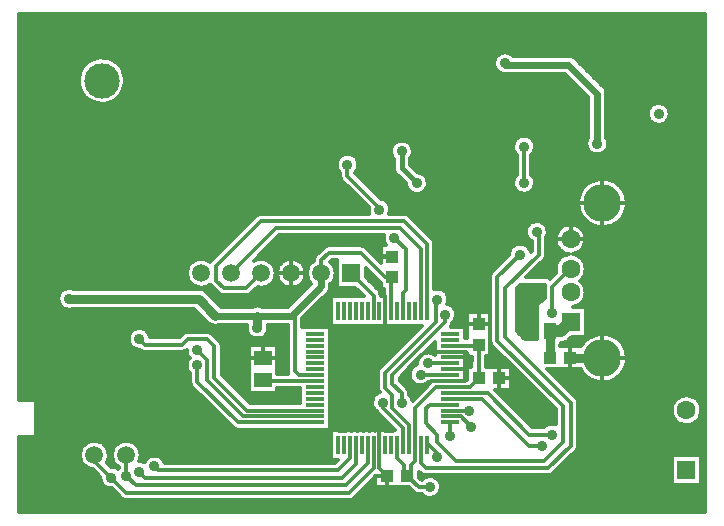
<source format=gbl>
G04 DipTrace 2.4.0.2*
%INusbcharger-bluetooth2.GBL*%
%MOIN*%
%ADD14C,0.0118*%
%ADD16C,0.0236*%
%ADD17C,0.0394*%
%ADD18C,0.0315*%
%ADD19C,0.0157*%
%ADD21C,0.013*%
%ADD25R,0.0591X0.0512*%
%ADD26R,0.0394X0.0433*%
%ADD29R,0.0433X0.0394*%
%ADD33R,0.063X0.063*%
%ADD34C,0.063*%
%ADD35C,0.063*%
%ADD36C,0.126*%
%ADD41R,0.0394X0.0531*%
%ADD43C,0.0591*%
%ADD46R,0.0118X0.063*%
%ADD47R,0.063X0.0118*%
%ADD50R,0.0591X0.0591*%
%ADD53C,0.0591*%
%ADD57C,0.1181*%
%ADD58C,0.036*%
%FSLAX44Y44*%
G04*
G70*
G90*
G75*
G01*
%LNBottom*%
%LPD*%
X16377Y15125D2*
D16*
Y15081D1*
X18485D1*
X19449Y14117D1*
Y12447D1*
X1847Y7272D2*
D18*
X6165D1*
X6725Y6712D1*
D16*
X8125D1*
X9275D1*
X10251Y7689D1*
Y8126D1*
X12584Y6875D2*
D14*
Y7959D1*
X12625Y8000D1*
X10045Y4730D2*
X9520D1*
X9375Y4875D1*
Y6712D1*
X9275D1*
X12625Y8000D2*
X12375D1*
X11562Y8813D1*
X10500D1*
X10250Y8563D1*
Y8127D1*
X10251Y8126D1*
X8125Y6313D2*
D18*
Y6712D1*
X14533Y5714D2*
D14*
X15464D1*
X15500Y5750D1*
X14533Y4336D2*
X15211D1*
X15500Y4625D1*
Y5750D1*
X12781Y2387D2*
Y1969D1*
X13000Y1750D1*
Y1500D1*
X13125Y1375D1*
X13372Y2387D2*
Y1872D1*
X13250Y1750D1*
Y1500D1*
X13125Y1375D1*
X13500Y1000D1*
X13875D1*
X14533Y4336D2*
X14086D1*
X13375Y3625D1*
Y2390D1*
X13372Y2387D1*
X14375Y6750D2*
Y6500D1*
X12625Y4750D1*
Y4438D1*
X12937Y4125D1*
Y3812D1*
X12313D2*
Y3625D1*
X12978Y2960D1*
Y2387D1*
X14125Y7250D2*
X14062Y7187D1*
Y6500D1*
X12375Y4813D1*
Y4312D1*
X12625Y4062D1*
Y3625D1*
X13175Y3075D1*
Y2387D1*
X15187Y11688D2*
Y12563D1*
X15019Y12731D1*
X14812Y12938D1*
X11589D1*
Y13938D1*
X17953Y10394D2*
Y13938D1*
X16226D1*
X15457Y13168D1*
X15019Y12731D1*
X2937Y12580D2*
Y10437D1*
Y10312D1*
X5494D1*
Y10188D1*
X5875D1*
X7187D1*
X11589Y13938D2*
X11126D1*
X10375D1*
X7250Y10812D1*
X7187Y10750D1*
Y10188D1*
X17705Y15564D2*
X11751D1*
X11126Y14939D1*
Y13938D1*
X17705Y15564D2*
X22244D1*
Y11969D1*
X18544Y5313D2*
D18*
X19606D1*
X19625Y5293D1*
X22425Y2558D2*
D14*
X21567D1*
X21112Y3013D1*
X20630Y3495D1*
Y5293D1*
X19625D1*
X12625Y8669D2*
Y8688D1*
X12187D1*
X11625Y9250D1*
X9625D1*
X9250Y8875D1*
Y8127D1*
X9251Y8126D1*
X14533Y5320D2*
X15063D1*
Y5517D1*
X14533D1*
X12387Y6875D2*
Y5887D1*
X12250Y5750D1*
X14533Y5517D2*
X13704D1*
X13187Y5000D1*
Y4562D1*
X13312Y4437D1*
X13375Y4375D1*
X13750D1*
X13908Y4533D1*
X14533D1*
X12191Y2387D2*
Y1640D1*
X12456Y1375D1*
X15500Y6419D2*
X15875D1*
Y5232D1*
X16187D1*
Y4607D1*
X16169Y4625D1*
X12456Y1375D2*
Y794D1*
X12750Y500D1*
X18599D1*
X21112Y3013D1*
X15500Y6419D2*
Y6875D1*
X15375Y7000D1*
X14533Y4533D2*
X14970D1*
X15071Y4633D1*
Y4926D1*
Y5320D1*
X14533Y4926D2*
X15071D1*
X13375Y4375D2*
Y4250D1*
X13500D1*
X8313Y5311D2*
X7689D1*
X6750Y6250D1*
X5188D1*
X4875Y6563D1*
X625D1*
X562Y6500D1*
Y9438D1*
X1125D1*
X2124Y10437D1*
X2937D1*
X15438Y13187D2*
X15457Y13168D1*
X5875Y10187D2*
Y10188D1*
X7188Y10625D2*
X7250Y10812D1*
X13500Y4250D2*
X13375Y4375D1*
X13500Y4250D2*
D3*
X16937Y4063D2*
Y4438D1*
X16750Y4625D1*
X16169D1*
X13187Y4375D2*
X13250Y4437D1*
X13312D1*
X14533Y4139D2*
X15799D1*
X17188Y2750D1*
X17938D1*
X12937Y12188D2*
D19*
Y11625D1*
X13437Y11125D1*
X17008Y12345D2*
D14*
Y11142D1*
X14533Y5123D2*
X13814D1*
X17875Y6188D2*
D17*
X18248D1*
X18563Y6502D1*
X17875Y5313D2*
D18*
Y6188D1*
X17938Y6813D2*
D14*
Y7662D1*
X18437Y8162D1*
Y8149D1*
X18563Y8274D1*
X14533Y3745D2*
X13870D1*
X13750Y3625D1*
Y3125D1*
X14125Y2750D1*
Y2500D1*
X14750Y1875D1*
X17687D1*
X18312Y2500D1*
Y3688D1*
X16125Y5875D1*
Y8000D1*
X16875Y8750D1*
X17284Y6188D2*
D17*
X16937D1*
Y7563D1*
X11994Y6875D2*
D14*
Y7383D1*
X11251Y8126D1*
X10045Y4533D2*
X8342D1*
X8313Y4563D1*
X13765Y6875D2*
Y9110D1*
X13000Y9875D1*
X8250D1*
X6750Y8375D1*
Y7875D1*
X7000Y7625D1*
X7750D1*
X8251Y8126D1*
X7251D2*
X8750Y9625D1*
X12875D1*
X13562Y8938D1*
Y6881D1*
X13569Y6875D1*
X14533Y3942D2*
X15600D1*
X17167Y2375D1*
X17625D1*
X12978Y6875D2*
Y7478D1*
X13062Y7563D1*
Y8938D1*
X12688Y9313D1*
X12188Y10250D2*
Y10312D1*
X11125Y11375D1*
Y11750D1*
X11403Y2387D2*
Y1778D1*
X10938Y1313D1*
X4375D1*
X4188Y1500D1*
X14533Y4730D2*
X13583D1*
X13562Y4750D1*
X14533Y3548D2*
X15188D1*
X14533Y3352D2*
X14898D1*
X15250Y3000D1*
X13569Y2387D2*
Y1806D1*
X13750Y1625D1*
X17812D1*
X18562Y2375D1*
Y3813D1*
X16375Y6000D1*
Y7625D1*
X17500Y8750D1*
Y9437D1*
X17437Y9500D1*
X14533Y3155D2*
Y2688D1*
X14125Y2000D2*
Y2125D1*
X13814Y2436D1*
X13765Y2387D1*
X11994D2*
Y1619D1*
X11187Y812D1*
X3750D1*
X3250Y1313D1*
X2688Y2063D2*
Y1875D1*
X3250Y1313D1*
X11797Y2387D2*
Y1797D1*
X11063Y1063D1*
X4062D1*
X3750Y1375D1*
Y2063D2*
Y1375D1*
X11206Y2387D2*
Y1956D1*
X10812Y1562D1*
X4813D1*
X4688Y1688D1*
X10045Y3155D2*
X7470D1*
X6125Y4500D1*
Y5062D1*
X10045Y3352D2*
X7648D1*
X6438Y4562D1*
Y5250D1*
X6125Y5563D1*
X10045Y3548D2*
X7764D1*
X6688Y4625D1*
Y5688D1*
X6438Y5938D1*
X5813D1*
X5625Y5750D1*
X4375D1*
X4188Y5938D1*
D58*
X19449Y12447D3*
X16377Y15125D3*
X1847Y7272D3*
X8125Y6313D3*
X13875Y1000D3*
X14375Y6750D3*
X12937Y3812D3*
X12313D3*
X14125Y7250D3*
X15187Y11688D3*
X11589Y13938D3*
X17953Y10394D3*
X7187Y10188D3*
X11589Y13938D3*
X17705Y15564D3*
D3*
X22244Y11969D3*
X12250Y5750D3*
X15375Y7000D3*
X13500Y4250D3*
X562Y9438D3*
D3*
X17938Y2750D3*
X12937Y12188D3*
X13437Y11125D3*
X17008Y12345D3*
Y11142D3*
X13814Y5123D3*
X17938Y6813D3*
X16875Y8750D3*
X17625Y2375D3*
X12688Y9313D3*
X12188Y10250D3*
X11125Y11750D3*
X4188Y1500D3*
X13562Y4750D3*
X15188Y3548D3*
X15250Y3000D3*
X17437Y9500D3*
D3*
X14533Y2688D3*
X14125Y2000D3*
X3250Y1313D3*
X3750Y1375D3*
X4688Y1688D3*
X6125Y5062D3*
Y5563D3*
X4188Y5938D3*
X21500Y13437D3*
X17375Y7563D3*
X16937D3*
X14875Y13187D3*
X6500Y10187D3*
X15438Y13187D3*
X15157Y12953D3*
Y12520D3*
X15438Y12750D3*
X14875Y12313D3*
Y12750D3*
X15438Y12313D3*
X5875Y10187D3*
X18000Y14562D3*
X7188Y10625D3*
X1250Y4250D3*
Y5250D3*
X2250Y4250D3*
Y5250D3*
X3250Y4250D3*
Y5250D3*
X4250Y4250D3*
Y5250D3*
Y3250D3*
X3250D3*
X2250D3*
X1250D3*
X16937Y4063D3*
X13500Y4250D3*
X11250Y3563D3*
Y4188D3*
X13187Y4375D3*
X2000Y16438D3*
X3000D3*
X4000D3*
X5000D3*
X6000D3*
X7000D3*
X8000D3*
X9000D3*
X10000D3*
X11000D3*
X12000D3*
X13000D3*
X14000D3*
X15000D3*
X16000D3*
X17000D3*
X18000D3*
X19000D3*
X20000D3*
X21000D3*
X22000D3*
X1000D3*
X16782Y7578D2*
D19*
X17655D1*
X16782Y7421D2*
X17655D1*
X16782Y7265D2*
X17576D1*
X16782Y7109D2*
X17419D1*
X16782Y6953D2*
X17406D1*
X16782Y6797D2*
X17406D1*
X16782Y6641D2*
X17406D1*
X16782Y6484D2*
X17406D1*
X16782Y6328D2*
X17406D1*
X16830Y6172D2*
X17406D1*
X16985Y6016D2*
X17406D1*
X16871Y7733D2*
X16766Y7629D1*
Y6220D1*
X17033Y5953D1*
X17421Y5954D1*
X17422Y7065D1*
X17444Y7118D1*
X17671Y7345D1*
Y7734D1*
X16872D1*
X189Y16635D2*
D14*
X23039D1*
X189Y16518D2*
X23039D1*
X189Y16402D2*
X23039D1*
X189Y16285D2*
X23039D1*
X189Y16168D2*
X23039D1*
X189Y16051D2*
X23039D1*
X189Y15934D2*
X23039D1*
X189Y15818D2*
X23039D1*
X189Y15701D2*
X23039D1*
X189Y15584D2*
X23039D1*
X189Y15467D2*
X16248D1*
X16506D2*
X23039D1*
X189Y15350D2*
X16082D1*
X18628D2*
X23039D1*
X189Y15234D2*
X2569D1*
X3307D2*
X16021D1*
X18768D2*
X23039D1*
X189Y15117D2*
X2403D1*
X3473D2*
X16004D1*
X18884D2*
X23039D1*
X189Y15000D2*
X2300D1*
X3576D2*
X16026D1*
X19003D2*
X23039D1*
X189Y14883D2*
X2229D1*
X3645D2*
X16096D1*
X19119D2*
X23039D1*
X189Y14766D2*
X2185D1*
X3691D2*
X16318D1*
X16435D2*
X18364D1*
X19235D2*
X23039D1*
X189Y14650D2*
X2159D1*
X3715D2*
X18481D1*
X19353D2*
X23039D1*
X189Y14533D2*
X2154D1*
X3722D2*
X18597D1*
X19469D2*
X23039D1*
X189Y14416D2*
X2165D1*
X3711D2*
X18713D1*
X19586D2*
X23039D1*
X189Y14299D2*
X2194D1*
X3680D2*
X18831D1*
X19698D2*
X23039D1*
X189Y14182D2*
X2246D1*
X3630D2*
X18948D1*
X19754D2*
X23039D1*
X189Y14066D2*
X2324D1*
X3552D2*
X19064D1*
X19761D2*
X23039D1*
X189Y13949D2*
X2440D1*
X3436D2*
X19138D1*
X19761D2*
X23039D1*
X189Y13832D2*
X2637D1*
X3237D2*
X19138D1*
X19761D2*
X23039D1*
X189Y13715D2*
X19138D1*
X19761D2*
X21256D1*
X21743D2*
X23039D1*
X189Y13598D2*
X19138D1*
X19761D2*
X21164D1*
X21835D2*
X23039D1*
X189Y13482D2*
X19138D1*
X19761D2*
X21129D1*
X21870D2*
X23039D1*
X189Y13365D2*
X19138D1*
X19761D2*
X21134D1*
X21867D2*
X23039D1*
X189Y13248D2*
X19138D1*
X19761D2*
X21181D1*
X21821D2*
X23039D1*
X189Y13131D2*
X19138D1*
X19761D2*
X21295D1*
X21704D2*
X23039D1*
X189Y13014D2*
X19138D1*
X19761D2*
X23039D1*
X189Y12898D2*
X19138D1*
X19761D2*
X23039D1*
X189Y12781D2*
X19138D1*
X19761D2*
X23039D1*
X189Y12664D2*
X16825D1*
X17190D2*
X19138D1*
X19761D2*
X23039D1*
X189Y12547D2*
X12887D1*
X12988D2*
X16696D1*
X17319D2*
X19090D1*
X19809D2*
X23039D1*
X189Y12430D2*
X12658D1*
X13217D2*
X16644D1*
X17371D2*
X19075D1*
X19822D2*
X23039D1*
X189Y12314D2*
X12586D1*
X13289D2*
X16635D1*
X17380D2*
X19101D1*
X19796D2*
X23039D1*
X189Y12197D2*
X12564D1*
X13311D2*
X16667D1*
X17349D2*
X19176D1*
X19722D2*
X23039D1*
X189Y12080D2*
X10966D1*
X11285D2*
X12581D1*
X13294D2*
X16750D1*
X17266D2*
X23039D1*
X189Y11963D2*
X10822D1*
X11429D2*
X12642D1*
X13234D2*
X16755D1*
X17260D2*
X23039D1*
X189Y11846D2*
X10765D1*
X11486D2*
X12666D1*
X13210D2*
X16755D1*
X17260D2*
X23039D1*
X189Y11730D2*
X10752D1*
X11499D2*
X12666D1*
X13213D2*
X16755D1*
X17260D2*
X23039D1*
X189Y11613D2*
X10778D1*
X11471D2*
X12666D1*
X13330D2*
X16755D1*
X17260D2*
X23039D1*
X189Y11496D2*
X10855D1*
X11394D2*
X12699D1*
X13446D2*
X16755D1*
X17260D2*
X23039D1*
X189Y11379D2*
X10872D1*
X11473D2*
X12804D1*
X13706D2*
X16724D1*
X17292D2*
X23039D1*
X189Y11262D2*
X10899D1*
X11589D2*
X12920D1*
X13784D2*
X16655D1*
X17360D2*
X19455D1*
X19796D2*
X23039D1*
X189Y11146D2*
X11003D1*
X11707D2*
X13036D1*
X13809D2*
X16635D1*
X17382D2*
X19169D1*
X20082D2*
X23039D1*
X189Y11029D2*
X11119D1*
X11824D2*
X13077D1*
X13798D2*
X16652D1*
X17364D2*
X19029D1*
X20222D2*
X23039D1*
X189Y10912D2*
X11235D1*
X11940D2*
X13132D1*
X13741D2*
X16716D1*
X17299D2*
X18935D1*
X20317D2*
X23039D1*
X189Y10795D2*
X11352D1*
X12058D2*
X13278D1*
X13597D2*
X16892D1*
X17124D2*
X18872D1*
X20379D2*
X23039D1*
X189Y10678D2*
X11470D1*
X12174D2*
X18829D1*
X20422D2*
X23039D1*
X189Y10562D2*
X11586D1*
X12383D2*
X18807D1*
X20444D2*
X23039D1*
X189Y10445D2*
X11702D1*
X12505D2*
X18802D1*
X20449D2*
X23039D1*
X189Y10328D2*
X11820D1*
X12553D2*
X18815D1*
X20436D2*
X23039D1*
X189Y10211D2*
X11817D1*
X12558D2*
X18842D1*
X20407D2*
X23039D1*
X189Y10094D2*
X8139D1*
X13112D2*
X18892D1*
X20359D2*
X23039D1*
X189Y9978D2*
X8000D1*
X13250D2*
X18966D1*
X20285D2*
X23039D1*
X189Y9861D2*
X7884D1*
X13366D2*
X17405D1*
X17469D2*
X19073D1*
X20178D2*
X23039D1*
X189Y9744D2*
X7766D1*
X13483D2*
X17159D1*
X17716D2*
X18449D1*
X18676D2*
X19243D1*
X20006D2*
X23039D1*
X189Y9627D2*
X7650D1*
X13601D2*
X17087D1*
X17788D2*
X18219D1*
X18907D2*
X23039D1*
X189Y9510D2*
X7533D1*
X13717D2*
X17063D1*
X17810D2*
X18123D1*
X19003D2*
X23039D1*
X189Y9394D2*
X7417D1*
X13833D2*
X17080D1*
X17796D2*
X18073D1*
X19052D2*
X23039D1*
X189Y9277D2*
X7299D1*
X8755D2*
X12315D1*
X13950D2*
X17141D1*
X17753D2*
X18054D1*
X19071D2*
X23039D1*
X189Y9160D2*
X7183D1*
X8638D2*
X12348D1*
X14012D2*
X17248D1*
X17753D2*
X18064D1*
X19062D2*
X23039D1*
X189Y9043D2*
X7066D1*
X8520D2*
X10420D1*
X11643D2*
X12234D1*
X14018D2*
X16652D1*
X17098D2*
X17248D1*
X17753D2*
X18102D1*
X19023D2*
X23039D1*
X189Y8927D2*
X6948D1*
X8404D2*
X10261D1*
X11801D2*
X12234D1*
X14018D2*
X16548D1*
X17753D2*
X18180D1*
X18943D2*
X23039D1*
X189Y8810D2*
X6832D1*
X8288D2*
X10145D1*
X11918D2*
X12234D1*
X14018D2*
X16506D1*
X17753D2*
X18337D1*
X18788D2*
X23039D1*
X189Y8693D2*
X6716D1*
X8170D2*
X10036D1*
X12034D2*
X12234D1*
X14018D2*
X16465D1*
X17746D2*
X18285D1*
X18840D2*
X23039D1*
X189Y8576D2*
X6083D1*
X6420D2*
X6599D1*
X8421D2*
X9082D1*
X9421D2*
X9997D1*
X12152D2*
X12234D1*
X14018D2*
X16349D1*
X17679D2*
X18156D1*
X18967D2*
X23039D1*
X189Y8459D2*
X5898D1*
X8603D2*
X8899D1*
X9604D2*
X9899D1*
X10604D2*
X10763D1*
X14018D2*
X16233D1*
X17561D2*
X18089D1*
X19036D2*
X23039D1*
X189Y8343D2*
X5815D1*
X8688D2*
X8814D1*
X9688D2*
X9814D1*
X10689D2*
X10763D1*
X14018D2*
X16115D1*
X17445D2*
X18058D1*
X19067D2*
X23039D1*
X189Y8226D2*
X5773D1*
X14018D2*
X15998D1*
X17329D2*
X18056D1*
X19069D2*
X23039D1*
X189Y8109D2*
X5763D1*
X11741D2*
X11914D1*
X14018D2*
X15899D1*
X17211D2*
X18032D1*
X19043D2*
X23039D1*
X189Y7992D2*
X5782D1*
X9722D2*
X9781D1*
X11741D2*
X12031D1*
X14018D2*
X15873D1*
X17790D2*
X17916D1*
X18984D2*
X23039D1*
X189Y7875D2*
X5834D1*
X8670D2*
X8834D1*
X9670D2*
X9833D1*
X10668D2*
X10763D1*
X11855D2*
X12147D1*
X14018D2*
X15873D1*
X18883D2*
X23039D1*
X189Y7759D2*
X5935D1*
X8568D2*
X8936D1*
X9567D2*
X9884D1*
X10567D2*
X10763D1*
X11971D2*
X12234D1*
X14018D2*
X15873D1*
X18990D2*
X23039D1*
X189Y7642D2*
X6631D1*
X8120D2*
X9768D1*
X10559D2*
X11383D1*
X12088D2*
X12234D1*
X14018D2*
X15873D1*
X19047D2*
X23039D1*
X189Y7525D2*
X1576D1*
X6403D2*
X6747D1*
X8004D2*
X9652D1*
X10513D2*
X11499D1*
X12200D2*
X12332D1*
X14372D2*
X15873D1*
X19069D2*
X23039D1*
X189Y7408D2*
X1500D1*
X6522D2*
X6884D1*
X7867D2*
X9536D1*
X10406D2*
X11617D1*
X12244D2*
X12332D1*
X14463D2*
X15873D1*
X19065D2*
X23039D1*
X189Y7291D2*
X1475D1*
X6638D2*
X9418D1*
X10290D2*
X10560D1*
X14496D2*
X15873D1*
X19032D2*
X23039D1*
X189Y7175D2*
X1488D1*
X6754D2*
X9301D1*
X10174D2*
X10560D1*
X14490D2*
X15873D1*
X18962D2*
X23039D1*
X189Y7058D2*
X1545D1*
X6872D2*
X9185D1*
X10056D2*
X10560D1*
X14577D2*
X15873D1*
X18825D2*
X23039D1*
X189Y6941D2*
X1691D1*
X9939D2*
X10560D1*
X14693D2*
X15873D1*
X19071D2*
X23039D1*
X189Y6824D2*
X6121D1*
X9823D2*
X10560D1*
X14741D2*
X15873D1*
X19071D2*
X23039D1*
X189Y6707D2*
X6238D1*
X9705D2*
X10560D1*
X14747D2*
X15109D1*
X19071D2*
X23039D1*
X189Y6591D2*
X6356D1*
X9628D2*
X10560D1*
X14712D2*
X15109D1*
X19071D2*
X23039D1*
X189Y6474D2*
X6472D1*
X9628D2*
X10560D1*
X14627D2*
X15109D1*
X19071D2*
X23039D1*
X189Y6357D2*
X7755D1*
X8496D2*
X9122D1*
X9628D2*
X13568D1*
X14581D2*
X15109D1*
X19071D2*
X23039D1*
X189Y6240D2*
X3977D1*
X4397D2*
X7758D1*
X8491D2*
X9122D1*
X10554D2*
X13450D1*
X15042D2*
X15109D1*
X19071D2*
X23039D1*
X189Y6123D2*
X3866D1*
X4510D2*
X5647D1*
X6603D2*
X7805D1*
X8445D2*
X9122D1*
X10554D2*
X13334D1*
X15042D2*
X15109D1*
X19071D2*
X23039D1*
X189Y6007D2*
X3820D1*
X4554D2*
X5529D1*
X6721D2*
X7921D1*
X8330D2*
X9122D1*
X10554D2*
X13217D1*
X15042D2*
X15109D1*
X19071D2*
X19226D1*
X20025D2*
X23039D1*
X189Y5890D2*
X3817D1*
X6837D2*
X9122D1*
X10554D2*
X13099D1*
X18493D2*
X19064D1*
X20187D2*
X23039D1*
X189Y5773D2*
X3853D1*
X6924D2*
X9122D1*
X10554D2*
X12983D1*
X18266D2*
X18959D1*
X20293D2*
X23039D1*
X189Y5656D2*
X3948D1*
X6941D2*
X7823D1*
X8801D2*
X9122D1*
X10554D2*
X12867D1*
X13883D2*
X14024D1*
X15891D2*
X15991D1*
X20363D2*
X23039D1*
X189Y5539D2*
X4246D1*
X6941D2*
X7823D1*
X8801D2*
X9122D1*
X10554D2*
X12749D1*
X13767D2*
X14024D1*
X15891D2*
X16107D1*
X20411D2*
X23039D1*
X189Y5423D2*
X5780D1*
X6941D2*
X7823D1*
X8801D2*
X9122D1*
X10554D2*
X12632D1*
X15042D2*
X15109D1*
X15891D2*
X16225D1*
X20438D2*
X23039D1*
X189Y5306D2*
X5845D1*
X6941D2*
X7823D1*
X8801D2*
X9122D1*
X10554D2*
X12516D1*
X15042D2*
X15247D1*
X15753D2*
X16342D1*
X20449D2*
X23039D1*
X189Y5189D2*
X5775D1*
X6941D2*
X7823D1*
X8801D2*
X9122D1*
X10554D2*
X12400D1*
X15042D2*
X15247D1*
X15753D2*
X16458D1*
X20442D2*
X23039D1*
X189Y5072D2*
X5752D1*
X6941D2*
X7823D1*
X8801D2*
X9122D1*
X10554D2*
X12282D1*
X13300D2*
X13388D1*
X15042D2*
X15247D1*
X15753D2*
X16576D1*
X20418D2*
X23039D1*
X189Y4955D2*
X5767D1*
X6941D2*
X7823D1*
X8801D2*
X9122D1*
X10554D2*
X12169D1*
X13182D2*
X13252D1*
X16579D2*
X16692D1*
X20376D2*
X23039D1*
X189Y4839D2*
X5830D1*
X6941D2*
X7823D1*
X8801D2*
X9126D1*
X10554D2*
X12123D1*
X13066D2*
X13201D1*
X16579D2*
X16809D1*
X17890D2*
X18942D1*
X20309D2*
X23039D1*
X189Y4722D2*
X5872D1*
X6942D2*
X7823D1*
X10554D2*
X12123D1*
X12949D2*
X13190D1*
X16579D2*
X16927D1*
X18006D2*
X19038D1*
X20213D2*
X23039D1*
X189Y4605D2*
X5872D1*
X7060D2*
X7823D1*
X10554D2*
X12123D1*
X12877D2*
X13219D1*
X16579D2*
X17043D1*
X18122D2*
X19184D1*
X20067D2*
X23039D1*
X189Y4488D2*
X5872D1*
X7177D2*
X7823D1*
X10554D2*
X12123D1*
X12927D2*
X13300D1*
X13824D2*
X13885D1*
X16579D2*
X17159D1*
X18239D2*
X19510D1*
X19741D2*
X23039D1*
X189Y4371D2*
X5909D1*
X7293D2*
X7823D1*
X10554D2*
X12123D1*
X13043D2*
X13769D1*
X16579D2*
X17276D1*
X18357D2*
X23039D1*
X189Y4255D2*
X6018D1*
X7411D2*
X7823D1*
X8801D2*
X9536D1*
X10554D2*
X12130D1*
X13152D2*
X13653D1*
X16579D2*
X17394D1*
X18473D2*
X23039D1*
X189Y4138D2*
X6134D1*
X7527D2*
X7823D1*
X8801D2*
X9536D1*
X10554D2*
X12143D1*
X13189D2*
X13535D1*
X16151D2*
X17510D1*
X18589D2*
X23039D1*
X189Y4021D2*
X6253D1*
X7644D2*
X9536D1*
X10554D2*
X12005D1*
X13245D2*
X13418D1*
X16269D2*
X17626D1*
X18707D2*
X22232D1*
X22618D2*
X23039D1*
X189Y3904D2*
X6369D1*
X7760D2*
X9536D1*
X10554D2*
X11951D1*
X16386D2*
X17744D1*
X18798D2*
X22057D1*
X22793D2*
X23039D1*
X756Y3787D2*
X6485D1*
X10554D2*
X11940D1*
X16502D2*
X17861D1*
X18814D2*
X21972D1*
X22878D2*
X23039D1*
X756Y3671D2*
X6601D1*
X10554D2*
X11968D1*
X16620D2*
X17977D1*
X18814D2*
X21930D1*
X22920D2*
X23039D1*
X756Y3554D2*
X6719D1*
X10554D2*
X12047D1*
X16736D2*
X18060D1*
X18814D2*
X21917D1*
X22933D2*
X23039D1*
X756Y3437D2*
X6836D1*
X10554D2*
X12149D1*
X16853D2*
X18060D1*
X18814D2*
X21932D1*
X22919D2*
X23039D1*
X756Y3320D2*
X6952D1*
X10554D2*
X12265D1*
X16969D2*
X18060D1*
X18814D2*
X21978D1*
X22872D2*
X23039D1*
X756Y3203D2*
X7070D1*
X10554D2*
X12381D1*
X17087D2*
X18060D1*
X18814D2*
X22066D1*
X22784D2*
X23039D1*
X756Y3087D2*
X7186D1*
X10554D2*
X12498D1*
X17203D2*
X17794D1*
X18814D2*
X22256D1*
X22594D2*
X23039D1*
X756Y2970D2*
X7304D1*
X10554D2*
X12616D1*
X18814D2*
X23039D1*
X756Y2853D2*
X10560D1*
X18814D2*
X23039D1*
X756Y2736D2*
X10560D1*
X18814D2*
X23039D1*
X189Y2619D2*
X10560D1*
X18814D2*
X23039D1*
X189Y2503D2*
X2491D1*
X2884D2*
X3554D1*
X3947D2*
X10560D1*
X18814D2*
X23039D1*
X189Y2386D2*
X2325D1*
X3050D2*
X3388D1*
X4113D2*
X10560D1*
X18814D2*
X23039D1*
X189Y2269D2*
X2246D1*
X3130D2*
X3309D1*
X4193D2*
X10560D1*
X18790D2*
X23039D1*
X189Y2152D2*
X2207D1*
X3168D2*
X3270D1*
X4231D2*
X10560D1*
X18692D2*
X23039D1*
X189Y2035D2*
X2200D1*
X3176D2*
X3263D1*
X4239D2*
X4577D1*
X4798D2*
X10560D1*
X18574D2*
X21917D1*
X22933D2*
X23039D1*
X189Y1919D2*
X2222D1*
X3154D2*
X3283D1*
X4217D2*
X4398D1*
X4977D2*
X10560D1*
X18458D2*
X21917D1*
X22933D2*
X23039D1*
X189Y1802D2*
X2277D1*
X3113D2*
X3339D1*
X18342D2*
X21917D1*
X22933D2*
X23039D1*
X189Y1685D2*
X2384D1*
X3229D2*
X3447D1*
X18226D2*
X21917D1*
X22933D2*
X23039D1*
X189Y1568D2*
X2643D1*
X18107D2*
X21917D1*
X22933D2*
X23039D1*
X189Y1451D2*
X2759D1*
X17991D2*
X21917D1*
X22933D2*
X23039D1*
X189Y1335D2*
X2875D1*
X13534D2*
X13727D1*
X14023D2*
X21917D1*
X22933D2*
X23039D1*
X189Y1218D2*
X2888D1*
X11945D2*
X12045D1*
X14175D2*
X21917D1*
X22933D2*
X23039D1*
X189Y1101D2*
X2945D1*
X11829D2*
X12045D1*
X14234D2*
X21917D1*
X22933D2*
X23039D1*
X189Y984D2*
X3086D1*
X11711D2*
X13164D1*
X14249D2*
X23039D1*
X189Y867D2*
X3342D1*
X11595D2*
X13280D1*
X14223D2*
X23039D1*
X189Y751D2*
X3460D1*
X11479D2*
X13601D1*
X14149D2*
X23039D1*
X189Y634D2*
X3577D1*
X11360D2*
X23039D1*
X189Y517D2*
X23039D1*
X189Y400D2*
X23039D1*
X189Y283D2*
X23039D1*
X13523Y1512D2*
Y1316D1*
X13599Y1241D1*
X13661Y1292D1*
X13712Y1323D1*
X13766Y1345D1*
X13824Y1358D1*
X13883Y1362D1*
X13941Y1356D1*
X13998Y1340D1*
X14052Y1316D1*
X14101Y1283D1*
X14144Y1242D1*
X14180Y1195D1*
X14207Y1143D1*
X14226Y1087D1*
X14237Y1000D1*
X14232Y941D1*
X14218Y884D1*
X14194Y830D1*
X14162Y780D1*
X14123Y736D1*
X14077Y700D1*
X14025Y671D1*
X13970Y651D1*
X13912Y640D1*
X13853Y639D1*
X13794Y647D1*
X13738Y665D1*
X13686Y692D1*
X13638Y727D1*
X13606Y760D1*
X13500Y759D1*
X13442Y766D1*
X13387Y787D1*
X13330Y830D1*
X13164Y995D1*
X12727Y996D1*
X12057D1*
Y1341D1*
X11358Y642D1*
X11311Y606D1*
X11258Y582D1*
X11187Y572D1*
X3750D1*
X3692Y579D1*
X3637Y600D1*
X3580Y642D1*
X3270Y951D1*
X3228D1*
X3169Y960D1*
X3113Y978D1*
X3061Y1004D1*
X3013Y1039D1*
X2972Y1081D1*
X2938Y1130D1*
X2912Y1183D1*
X2896Y1239D1*
X2888Y1298D1*
X2890Y1333D1*
X2632Y1590D1*
X2553Y1605D1*
X2498Y1625D1*
X2445Y1652D1*
X2396Y1685D1*
X2352Y1724D1*
X2313Y1768D1*
X2279Y1816D1*
X2252Y1869D1*
X2231Y1924D1*
X2218Y1981D1*
X2211Y2040D1*
X2212Y2099D1*
X2220Y2158D1*
X2235Y2215D1*
X2258Y2269D1*
X2286Y2321D1*
X2321Y2368D1*
X2362Y2411D1*
X2407Y2449D1*
X2457Y2480D1*
X2510Y2506D1*
X2567Y2524D1*
X2624Y2536D1*
X2683Y2540D1*
X2742Y2537D1*
X2800Y2526D1*
X2857Y2509D1*
X2911Y2485D1*
X2961Y2454D1*
X3007Y2417D1*
X3048Y2375D1*
X3084Y2328D1*
X3114Y2277D1*
X3137Y2223D1*
X3154Y2166D1*
X3165Y2063D1*
X3161Y2004D1*
X3150Y1946D1*
X3132Y1890D1*
X3093Y1813D1*
X3230Y1673D1*
X3316Y1668D1*
X3373Y1653D1*
X3427Y1628D1*
X3468Y1600D1*
X3510Y1644D1*
X3508Y1652D1*
X3459Y1685D1*
X3415Y1724D1*
X3375Y1768D1*
X3342Y1816D1*
X3314Y1869D1*
X3294Y1924D1*
X3280Y1981D1*
X3274Y2040D1*
X3275Y2099D1*
X3283Y2158D1*
X3298Y2215D1*
X3320Y2269D1*
X3349Y2321D1*
X3384Y2368D1*
X3424Y2411D1*
X3470Y2449D1*
X3520Y2480D1*
X3573Y2506D1*
X3629Y2524D1*
X3687Y2536D1*
X3746Y2540D1*
X3805Y2537D1*
X3863Y2526D1*
X3919Y2509D1*
X3973Y2485D1*
X4024Y2454D1*
X4070Y2417D1*
X4111Y2375D1*
X4147Y2328D1*
X4177Y2277D1*
X4200Y2223D1*
X4216Y2166D1*
X4228Y2063D1*
X4224Y2004D1*
X4213Y1946D1*
X4182Y1861D1*
X4254Y1856D1*
X4311Y1840D1*
X4353Y1821D1*
X4362Y1845D1*
X4391Y1896D1*
X4429Y1941D1*
X4474Y1979D1*
X4524Y2010D1*
X4579Y2033D1*
X4636Y2046D1*
X4695Y2049D1*
X4754Y2043D1*
X4811Y2028D1*
X4864Y2003D1*
X4913Y1970D1*
X4956Y1930D1*
X4992Y1883D1*
X5020Y1831D1*
X5029Y1805D1*
X5639Y1803D1*
X10712D1*
X10800Y1891D1*
X10769Y1892D1*
X10640Y1890D1*
X10572D1*
Y2884D1*
X11054Y2882D1*
X11182Y2884D1*
X11250Y2882D1*
X11379Y2884D1*
X11447Y2882D1*
X11576Y2884D1*
X11644Y2882D1*
X11772Y2884D1*
X11841Y2882D1*
X11969Y2884D1*
X12038Y2882D1*
X12032Y2884D1*
X12628Y2882D1*
X12714Y2884D1*
X12142Y3455D1*
X12095Y3521D1*
X12034Y3581D1*
X12000Y3630D1*
X11975Y3683D1*
X11958Y3739D1*
X11951Y3798D1*
X11953Y3857D1*
X11965Y3915D1*
X11987Y3970D1*
X12016Y4021D1*
X12054Y4066D1*
X12099Y4104D1*
X12149Y4135D1*
X12195Y4154D1*
X12158Y4209D1*
X12139Y4265D1*
X12134Y4372D1*
Y4813D1*
X12141Y4871D1*
X12162Y4926D1*
X12205Y4983D1*
X13600Y6378D1*
X13524Y6380D1*
X13396Y6378D1*
X13328Y6380D1*
X13199Y6378D1*
X13131Y6380D1*
X13002Y6378D1*
X12934Y6380D1*
X12806Y6378D1*
X12737Y6380D1*
X12609Y6378D1*
X12540Y6380D1*
X12546Y6378D1*
X11950Y6380D1*
X11821Y6378D1*
X11753Y6380D1*
X11624Y6378D1*
X11556Y6380D1*
X11428Y6378D1*
X11359Y6380D1*
X11231Y6378D1*
X11162Y6380D1*
X11034Y6378D1*
X10965Y6380D1*
X10837Y6378D1*
X10769Y6380D1*
X10640Y6378D1*
X10572D1*
Y7372D1*
X11054Y7370D1*
X11182Y7372D1*
X11250Y7370D1*
X11379Y7372D1*
X11447Y7370D1*
X11576Y7372D1*
X11644Y7370D1*
X11664Y7372D1*
X11389Y7648D1*
X10774Y7649D1*
Y8573D1*
X10601Y8572D1*
X10536Y8508D1*
X10571Y8480D1*
X10612Y8438D1*
X10648Y8391D1*
X10677Y8340D1*
X10701Y8286D1*
X10717Y8229D1*
X10728Y8126D1*
X10725Y8067D1*
X10714Y8009D1*
X10696Y7953D1*
X10671Y7899D1*
X10640Y7849D1*
X10603Y7803D1*
X10550Y7754D1*
X10551Y7689D1*
X10545Y7630D1*
X10528Y7574D1*
X10500Y7522D1*
X10463Y7477D1*
X9616Y6630D1*
Y6349D1*
X10542Y6348D1*
X10540Y5867D1*
X10542Y5738D1*
X10540Y5670D1*
X10542Y5541D1*
X10540Y5473D1*
X10542Y5344D1*
X10540Y5276D1*
X10542Y5148D1*
X10540Y5079D1*
X10542Y4951D1*
X10540Y4882D1*
X10542Y4754D1*
X10540Y4685D1*
X10542Y4557D1*
X10540Y4489D1*
X10542Y4360D1*
X10540Y4292D1*
X10542Y4163D1*
X10540Y4095D1*
X10542Y3967D1*
X10540Y3898D1*
X10542Y3770D1*
X10540Y3701D1*
X10542Y3573D1*
X10540Y3504D1*
X10542Y3376D1*
X10540Y3307D1*
X10542Y3179D1*
X10540Y3111D1*
X10542Y2982D1*
Y2914D1*
X9548Y2916D1*
X9572Y2914D1*
X7470D1*
X7412Y2921D1*
X7357Y2942D1*
X7300Y2984D1*
X5955Y4330D1*
X5918Y4376D1*
X5894Y4430D1*
X5884Y4500D1*
Y4793D1*
X5847Y4831D1*
X5813Y4880D1*
X5787Y4933D1*
X5771Y4989D1*
X5763Y5048D1*
X5766Y5107D1*
X5778Y5165D1*
X5799Y5220D1*
X5829Y5271D1*
X5863Y5312D1*
X5813Y5380D1*
X5787Y5433D1*
X5771Y5489D1*
X5764Y5553D1*
X5695Y5519D1*
X5625Y5509D1*
X4375D1*
X4317Y5516D1*
X4262Y5537D1*
X4212Y5573D1*
X4241Y5550D1*
X4165Y5576D1*
X4107Y5585D1*
X4051Y5603D1*
X3998Y5629D1*
X3950Y5664D1*
X3909Y5706D1*
X3875Y5755D1*
X3850Y5808D1*
X3833Y5864D1*
X3826Y5923D1*
X3828Y5982D1*
X3840Y6040D1*
X3862Y6095D1*
X3891Y6146D1*
X3929Y6191D1*
X3974Y6229D1*
X4024Y6260D1*
X4079Y6283D1*
X4136Y6296D1*
X4195Y6299D1*
X4254Y6293D1*
X4311Y6278D1*
X4364Y6253D1*
X4413Y6220D1*
X4456Y6180D1*
X4492Y6133D1*
X4520Y6081D1*
X4539Y6025D1*
X4544Y5990D1*
X5525Y5991D1*
X5642Y6108D1*
X5689Y6144D1*
X5742Y6168D1*
X5813Y6178D1*
X6438D1*
X6496Y6171D1*
X6551Y6150D1*
X6608Y6108D1*
X6858Y5858D1*
X6894Y5811D1*
X6918Y5758D1*
X6928Y5688D1*
Y4726D1*
X7864Y3789D1*
X9550D1*
X9548Y3918D1*
X9550Y3986D1*
X9548Y4115D1*
X9550Y4183D1*
X9548Y4272D1*
Y4292D1*
X8790D1*
Y4125D1*
X7835D1*
X7837Y5000D1*
X7835Y5038D1*
Y5748D1*
X8790D1*
Y4773D1*
X9156Y4774D1*
X9144Y4805D1*
X9134Y4875D1*
Y6412D1*
X8472D1*
X8486Y6342D1*
X8482Y6254D1*
X8468Y6196D1*
X8444Y6142D1*
X8412Y6093D1*
X8373Y6049D1*
X8327Y6012D1*
X8275Y5983D1*
X8220Y5963D1*
X8162Y5953D1*
X8103Y5951D1*
X8044Y5960D1*
X7988Y5978D1*
X7936Y6004D1*
X7888Y6039D1*
X7847Y6081D1*
X7813Y6130D1*
X7787Y6183D1*
X7771Y6239D1*
X7763Y6298D1*
X7766Y6357D1*
X7778Y6413D1*
X6883Y6412D1*
X6815Y6385D1*
X6757Y6374D1*
X6698D1*
X6640Y6384D1*
X6584Y6404D1*
X6533Y6433D1*
X6485Y6472D1*
X6025Y6933D1*
X1971D1*
X1884Y6912D1*
X1825Y6911D1*
X1767Y6919D1*
X1710Y6937D1*
X1658Y6964D1*
X1610Y6999D1*
X1569Y7041D1*
X1535Y7089D1*
X1510Y7142D1*
X1493Y7199D1*
X1486Y7258D1*
X1488Y7316D1*
X1500Y7374D1*
X1521Y7429D1*
X1551Y7480D1*
X1589Y7525D1*
X1634Y7564D1*
X1684Y7595D1*
X1738Y7617D1*
X1796Y7630D1*
X1855Y7634D1*
X1914Y7628D1*
X1972Y7612D1*
X6165D1*
X6224Y7606D1*
X6281Y7591D1*
X6335Y7566D1*
X6405Y7512D1*
X6905Y7012D1*
X7967D1*
X8008Y7031D1*
X8065Y7046D1*
X8123Y7052D1*
X8182Y7047D1*
X8239Y7032D1*
X8281Y7013D1*
X9149Y7012D1*
X9920Y7782D1*
X9876Y7831D1*
X9843Y7879D1*
X9815Y7932D1*
X9795Y7987D1*
X9781Y8044D1*
X9775Y8103D1*
Y8162D1*
X9784Y8221D1*
X9799Y8278D1*
X9821Y8332D1*
X9850Y8384D1*
X9885Y8431D1*
X9925Y8474D1*
X9971Y8512D1*
X10010Y8537D1*
X10009Y8563D1*
X10016Y8621D1*
X10037Y8676D1*
X10080Y8733D1*
X10330Y8983D1*
X10376Y9019D1*
X10430Y9043D1*
X10500Y9053D1*
X11562D1*
X11621Y9046D1*
X11676Y9025D1*
X11733Y8983D1*
X12246Y8472D1*
Y9068D1*
X12422D1*
X12375Y9130D1*
X12350Y9183D1*
X12333Y9239D1*
X12326Y9298D1*
X12328Y9357D1*
X12334Y9384D1*
X8850D1*
X7993Y8527D1*
X8074Y8569D1*
X8130Y8587D1*
X8188Y8599D1*
X8247Y8603D1*
X8306Y8600D1*
X8364Y8589D1*
X8420Y8572D1*
X8474Y8548D1*
X8524Y8517D1*
X8571Y8480D1*
X8612Y8438D1*
X8648Y8391D1*
X8677Y8340D1*
X8701Y8286D1*
X8717Y8229D1*
X8728Y8126D1*
X8725Y8067D1*
X8714Y8009D1*
X8696Y7953D1*
X8671Y7899D1*
X8640Y7849D1*
X8603Y7803D1*
X8560Y7762D1*
X8513Y7727D1*
X8462Y7698D1*
X8407Y7675D1*
X8350Y7659D1*
X8292Y7650D1*
X8233Y7649D1*
X8174Y7655D1*
X8129Y7663D1*
X7921Y7455D1*
X7874Y7418D1*
X7821Y7394D1*
X7750Y7384D1*
X7000D1*
X6942Y7391D1*
X6887Y7412D1*
X6830Y7455D1*
X6563Y7723D1*
X6513Y7727D1*
X6462Y7698D1*
X6407Y7675D1*
X6350Y7659D1*
X6292Y7650D1*
X6233Y7649D1*
X6174Y7655D1*
X6117Y7668D1*
X6061Y7688D1*
X6009Y7715D1*
X5960Y7748D1*
X5915Y7787D1*
X5876Y7831D1*
X5843Y7879D1*
X5815Y7932D1*
X5795Y7987D1*
X5781Y8044D1*
X5775Y8103D1*
Y8162D1*
X5784Y8221D1*
X5799Y8278D1*
X5821Y8332D1*
X5850Y8384D1*
X5885Y8431D1*
X5925Y8474D1*
X5971Y8512D1*
X6021Y8544D1*
X6074Y8569D1*
X6130Y8587D1*
X6188Y8599D1*
X6247Y8603D1*
X6306Y8600D1*
X6364Y8589D1*
X6420Y8572D1*
X6474Y8548D1*
X6546Y8500D1*
X6580Y8545D1*
X8080Y10045D1*
X8126Y10082D1*
X8180Y10106D1*
X8250Y10116D1*
X11851D1*
X11833Y10177D1*
X11826Y10235D1*
X11828Y10294D1*
X11835Y10325D1*
X10955Y11205D1*
X10918Y11251D1*
X10894Y11305D1*
X10884Y11375D1*
Y11480D1*
X10847Y11519D1*
X10813Y11567D1*
X10787Y11620D1*
X10771Y11677D1*
X10763Y11735D1*
X10766Y11794D1*
X10778Y11852D1*
X10799Y11907D1*
X10829Y11958D1*
X10867Y12003D1*
X10911Y12042D1*
X10962Y12073D1*
X11016Y12095D1*
X11074Y12108D1*
X11133Y12112D1*
X11191Y12106D1*
X11248Y12090D1*
X11302Y12066D1*
X11351Y12033D1*
X11394Y11992D1*
X11430Y11945D1*
X11457Y11893D1*
X11476Y11837D1*
X11487Y11750D1*
X11482Y11691D1*
X11468Y11634D1*
X11444Y11580D1*
X11412Y11530D1*
X11366Y11481D1*
X11421Y11420D1*
X12231Y10610D1*
X12311Y10590D1*
X12364Y10566D1*
X12413Y10533D1*
X12456Y10492D1*
X12492Y10445D1*
X12520Y10393D1*
X12539Y10337D1*
X12549Y10250D1*
X12545Y10191D1*
X12522Y10115D1*
X13000Y10116D1*
X13058Y10109D1*
X13113Y10088D1*
X13170Y10045D1*
X13936Y9280D1*
X13972Y9234D1*
X13996Y9180D1*
X14006Y9110D1*
Y7591D1*
X14074Y7608D1*
X14133Y7612D1*
X14191Y7606D1*
X14248Y7590D1*
X14302Y7566D1*
X14351Y7533D1*
X14394Y7492D1*
X14430Y7445D1*
X14457Y7393D1*
X14476Y7337D1*
X14487Y7250D1*
X14482Y7191D1*
X14468Y7134D1*
X14454Y7102D1*
X14498Y7090D1*
X14552Y7066D1*
X14601Y7033D1*
X14644Y6992D1*
X14680Y6945D1*
X14707Y6893D1*
X14726Y6837D1*
X14737Y6750D1*
X14732Y6691D1*
X14718Y6634D1*
X14694Y6580D1*
X14662Y6530D1*
X14616Y6481D1*
X14602Y6420D1*
X14568Y6348D1*
X15030D1*
Y5954D1*
X15122Y5955D1*
X15123Y6148D1*
X15121Y6186D1*
Y6818D1*
X15879D1*
Y5352D1*
X15740D1*
X15741Y5003D1*
X15898Y5004D1*
X16568D1*
Y4246D1*
X16032D1*
X17288Y2990D1*
X17669Y2991D1*
X17724Y3042D1*
X17774Y3073D1*
X17829Y3095D1*
X17886Y3108D1*
X17945Y3112D1*
X18004Y3106D1*
X18072Y3085D1*
Y3587D1*
X15955Y5705D1*
X15918Y5751D1*
X15894Y5805D1*
X15884Y5875D1*
Y8000D1*
X15891Y8058D1*
X15912Y8113D1*
X15955Y8170D1*
X16514Y8730D1*
X16516Y8794D1*
X16528Y8852D1*
X16549Y8907D1*
X16579Y8958D1*
X16617Y9003D1*
X16661Y9042D1*
X16712Y9073D1*
X16766Y9095D1*
X16824Y9108D1*
X16883Y9112D1*
X16941Y9106D1*
X16998Y9090D1*
X17052Y9066D1*
X17101Y9033D1*
X17144Y8992D1*
X17180Y8945D1*
X17207Y8893D1*
X17229Y8821D1*
X17260Y8851D1*
X17259Y9184D1*
X17200Y9226D1*
X17159Y9269D1*
X17125Y9317D1*
X17100Y9370D1*
X17083Y9427D1*
X17076Y9485D1*
X17078Y9544D1*
X17090Y9602D1*
X17111Y9657D1*
X17141Y9708D1*
X17179Y9753D1*
X17224Y9792D1*
X17274Y9823D1*
X17329Y9845D1*
X17386Y9858D1*
X17445Y9862D1*
X17504Y9855D1*
X17561Y9840D1*
X17614Y9815D1*
X17663Y9783D1*
X17706Y9742D1*
X17742Y9695D1*
X17770Y9643D1*
X17788Y9587D1*
X17799Y9500D1*
X17794Y9441D1*
X17780Y9384D1*
X17757Y9330D1*
X17742Y9306D1*
X17741Y8750D1*
X17734Y8692D1*
X17713Y8637D1*
X17670Y8580D1*
X17084Y7994D1*
X17750D1*
X17808Y7985D1*
X17869Y7950D1*
X17892Y7958D1*
X18082Y8147D1*
X18066Y8248D1*
X18067Y8307D1*
X18074Y8366D1*
X18089Y8423D1*
X18110Y8478D1*
X18137Y8530D1*
X18171Y8579D1*
X18210Y8623D1*
X18254Y8663D1*
X18302Y8697D1*
X18354Y8725D1*
X18409Y8746D1*
X18497Y8765D1*
X18424Y8781D1*
X18346Y8810D1*
X18275Y8852D1*
X18212Y8906D1*
X18159Y8968D1*
X18116Y9039D1*
X18086Y9116D1*
X18069Y9197D1*
X18066Y9280D1*
X18077Y9362D1*
X18100Y9441D1*
X18137Y9515D1*
X18186Y9582D1*
X18244Y9639D1*
X18312Y9687D1*
X18386Y9722D1*
X18466Y9745D1*
X18548Y9755D1*
X18630Y9750D1*
X18711Y9732D1*
X18787Y9701D1*
X18858Y9658D1*
X18920Y9603D1*
X18972Y9539D1*
X19013Y9467D1*
X19041Y9390D1*
X19057Y9309D1*
X19059Y9234D1*
X19048Y9152D1*
X19024Y9073D1*
X18987Y9000D1*
X18938Y8933D1*
X18879Y8875D1*
X18811Y8828D1*
X18737Y8793D1*
X18657Y8770D1*
X18630Y8766D1*
X18700Y8751D1*
X18755Y8732D1*
X18808Y8705D1*
X18858Y8673D1*
X18903Y8635D1*
X18944Y8592D1*
X18979Y8545D1*
X19008Y8494D1*
X19031Y8439D1*
X19047Y8383D1*
X19057Y8324D1*
X19059Y8274D1*
X19056Y8215D1*
X19045Y8157D1*
X19028Y8100D1*
X19004Y8046D1*
X18974Y7995D1*
X18938Y7949D1*
X18864Y7880D1*
X18903Y7848D1*
X18944Y7805D1*
X18979Y7758D1*
X19008Y7706D1*
X19031Y7652D1*
X19047Y7595D1*
X19057Y7537D1*
X19059Y7486D1*
X19056Y7427D1*
X19045Y7369D1*
X19028Y7313D1*
X19004Y7259D1*
X18974Y7208D1*
X18938Y7161D1*
X18897Y7119D1*
X18851Y7082D1*
X18801Y7050D1*
X18748Y7025D1*
X18654Y6999D1*
X19059D1*
Y6005D1*
X18600D1*
X18516Y5920D1*
X18471Y5881D1*
X18421Y5850D1*
X18366Y5828D1*
X18315Y5815D1*
X18254Y5808D1*
Y5740D1*
X18215D1*
X18217Y5691D1*
X18918D1*
X18961Y5760D1*
X19020Y5834D1*
X19087Y5900D1*
X19161Y5959D1*
X19241Y6008D1*
X19327Y6048D1*
X19416Y6078D1*
X19509Y6097D1*
X19603Y6105D1*
X19697Y6102D1*
X19791Y6088D1*
X19882Y6064D1*
X19970Y6029D1*
X20053Y5984D1*
X20130Y5929D1*
X20201Y5866D1*
X20263Y5796D1*
X20317Y5718D1*
X20362Y5635D1*
X20397Y5547D1*
X20421Y5456D1*
X20434Y5362D1*
X20437Y5270D1*
X20429Y5176D1*
X20410Y5083D1*
X20380Y4993D1*
X20340Y4908D1*
X20290Y4828D1*
X20232Y4753D1*
X20165Y4687D1*
X20091Y4628D1*
X20011Y4579D1*
X19925Y4539D1*
X19835Y4509D1*
X19743Y4490D1*
X19649Y4482D1*
X19554Y4485D1*
X19461Y4498D1*
X19370Y4523D1*
X19282Y4558D1*
X19199Y4603D1*
X19122Y4657D1*
X19051Y4720D1*
X18988Y4790D1*
X18934Y4868D1*
X18898Y4934D1*
X17781D1*
X18733Y3983D1*
X18769Y3936D1*
X18793Y3883D1*
X18803Y3813D1*
Y2375D1*
X18796Y2317D1*
X18775Y2262D1*
X18733Y2205D1*
X17983Y1455D1*
X17936Y1418D1*
X17883Y1394D1*
X17812Y1384D1*
X13750D1*
X13692Y1391D1*
X13637Y1412D1*
X13580Y1455D1*
X13524Y1511D1*
X12345Y7602D2*
X12246D1*
Y7795D1*
X12163Y7871D1*
X11728Y8306D1*
Y7988D1*
X12164Y7554D1*
X12200Y7507D1*
X12224Y7453D1*
X12235Y7383D1*
Y7370D1*
X12288Y7372D1*
X12345D1*
X12343Y7600D1*
X15161Y5004D2*
X15258D1*
X15259Y5350D1*
X15121Y5352D1*
Y5472D1*
X15028Y5473D1*
X15030Y5419D1*
Y4575D1*
X15103Y4577D1*
X15102Y4837D1*
Y5004D1*
X15161D1*
X15121Y6021D2*
Y6151D1*
X15030Y6152D1*
Y5974D1*
X21987Y2055D2*
X22922D1*
Y1061D1*
X21928D1*
Y2055D1*
X21987D1*
X22919Y3499D2*
X22908Y3441D1*
X22891Y3385D1*
X22867Y3331D1*
X22837Y3280D1*
X22801Y3233D1*
X22760Y3191D1*
X22714Y3154D1*
X22664Y3122D1*
X22611Y3097D1*
X22555Y3078D1*
X22497Y3066D1*
X22438Y3061D1*
X22379Y3063D1*
X22321Y3072D1*
X22264Y3088D1*
X22209Y3111D1*
X22158Y3139D1*
X22110Y3174D1*
X22067Y3214D1*
X22028Y3259D1*
X21996Y3308D1*
X21969Y3361D1*
X21949Y3416D1*
X21936Y3474D1*
X21929Y3533D1*
Y3592D1*
X21937Y3650D1*
X21951Y3707D1*
X21972Y3763D1*
X22000Y3815D1*
X22033Y3863D1*
X22072Y3908D1*
X22116Y3947D1*
X22165Y3981D1*
X22217Y4009D1*
X22271Y4031D1*
X22329Y4045D1*
X22387Y4053D1*
X22446Y4054D1*
X22505Y4049D1*
X22562Y4036D1*
X22618Y4016D1*
X22671Y3990D1*
X22720Y3958D1*
X22766Y3920D1*
X22806Y3877D1*
X22841Y3830D1*
X22871Y3778D1*
X22894Y3724D1*
X22910Y3667D1*
X22919Y3609D1*
X22922Y3558D1*
X22919Y3499D1*
X20437Y10455D2*
X20430Y10361D1*
X20413Y10268D1*
X20384Y10178D1*
X20346Y10092D1*
X20297Y10010D1*
X20240Y9936D1*
X20174Y9868D1*
X20101Y9808D1*
X20021Y9758D1*
X19936Y9716D1*
X19847Y9685D1*
X19754Y9665D1*
X19661Y9655D1*
X19566Y9657D1*
X19472Y9669D1*
X19381Y9692D1*
X19293Y9726D1*
X19209Y9770D1*
X19131Y9823D1*
X19059Y9885D1*
X18996Y9954D1*
X18940Y10031D1*
X18895Y10113D1*
X18858Y10201D1*
X18833Y10292D1*
X18818Y10385D1*
X18814Y10479D1*
X18821Y10573D1*
X18839Y10666D1*
X18867Y10756D1*
X18906Y10842D1*
X18954Y10923D1*
X19012Y10998D1*
X19078Y11066D1*
X19151Y11125D1*
X19231Y11176D1*
X19316Y11217D1*
X19405Y11248D1*
X19497Y11268D1*
X19591Y11278D1*
X19686Y11276D1*
X19779Y11264D1*
X19871Y11240D1*
X19959Y11207D1*
X20043Y11163D1*
X20121Y11110D1*
X20192Y11048D1*
X20256Y10978D1*
X20311Y10901D1*
X20357Y10819D1*
X20393Y10732D1*
X20418Y10641D1*
X20433Y10547D1*
X20437Y10455D1*
X14036Y5408D2*
Y5559D1*
Y5768D1*
Y5819D1*
X13670Y5454D1*
X13706Y5468D1*
X13763Y5481D1*
X13822Y5485D1*
X13881Y5479D1*
X13938Y5463D1*
X13991Y5439D1*
X14036Y5410D1*
Y5822D1*
X9728Y8114D2*
X9721Y8044D1*
X9704Y7975D1*
X9677Y7910D1*
X9640Y7849D1*
X9595Y7795D1*
X9542Y7747D1*
X9483Y7709D1*
X9418Y7679D1*
X9350Y7659D1*
X9280Y7650D1*
X9210D1*
X9140Y7662D1*
X9072Y7683D1*
X9009Y7715D1*
X8951Y7755D1*
X8899Y7804D1*
X8855Y7859D1*
X8820Y7921D1*
X8795Y7987D1*
X8779Y8056D1*
X8774Y8127D1*
X8779Y8197D1*
X8795Y8266D1*
X8821Y8332D1*
X8856Y8394D1*
X8900Y8449D1*
X8952Y8497D1*
X9010Y8538D1*
X9074Y8569D1*
X9141Y8590D1*
X9211Y8601D1*
X9282Y8602D1*
X9352Y8592D1*
X9420Y8572D1*
X9484Y8542D1*
X9543Y8503D1*
X9596Y8456D1*
X9641Y8401D1*
X9677Y8340D1*
X9705Y8275D1*
X9722Y8206D1*
X9728Y8126D1*
Y8114D1*
X3708Y14490D2*
X3690Y14373D1*
X3654Y14261D1*
X3602Y14155D1*
X3534Y14058D1*
X3452Y13973D1*
X3359Y13901D1*
X3255Y13845D1*
X3144Y13805D1*
X3029Y13782D1*
X2911Y13777D1*
X2793Y13790D1*
X2679Y13821D1*
X2572Y13868D1*
X2472Y13932D1*
X2384Y14010D1*
X2308Y14101D1*
X2247Y14202D1*
X2203Y14311D1*
X2175Y14426D1*
X2165Y14543D1*
X2173Y14661D1*
X2199Y14776D1*
X2242Y14886D1*
X2302Y14988D1*
X2376Y15080D1*
X2464Y15159D1*
X2562Y15224D1*
X2669Y15273D1*
X2783Y15306D1*
X2900Y15320D1*
X3018Y15317D1*
X3134Y15296D1*
X3245Y15257D1*
X3350Y15202D1*
X3444Y15132D1*
X3527Y15048D1*
X3596Y14952D1*
X3650Y14847D1*
X3687Y14735D1*
X3707Y14619D1*
X3710Y14549D1*
X3708Y14490D1*
X21857Y13379D2*
X21843Y13321D1*
X21819Y13267D1*
X21787Y13218D1*
X21748Y13174D1*
X21702Y13137D1*
X21650Y13108D1*
X21595Y13088D1*
X21537Y13078D1*
X21478Y13076D1*
X21419Y13085D1*
X21363Y13103D1*
X21311Y13129D1*
X21263Y13164D1*
X21222Y13206D1*
X21188Y13255D1*
X21162Y13308D1*
X21146Y13364D1*
X21138Y13423D1*
X21141Y13482D1*
X21153Y13540D1*
X21174Y13595D1*
X21204Y13646D1*
X21242Y13691D1*
X21286Y13729D1*
X21337Y13760D1*
X21391Y13783D1*
X21449Y13796D1*
X21508Y13799D1*
X21566Y13793D1*
X21623Y13778D1*
X21677Y13753D1*
X21726Y13720D1*
X21769Y13680D1*
X21805Y13633D1*
X21832Y13581D1*
X21851Y13525D1*
X21862Y13437D1*
X21857Y13379D1*
X176Y3903D2*
X745D1*
Y2683D1*
X178D1*
X177Y1634D1*
Y177D1*
X23051D1*
Y16752D1*
X177D1*
Y3902D1*
X16633Y15381D2*
X18485D1*
X18544Y15375D1*
X18600Y15358D1*
X18652Y15330D1*
X18697Y15293D1*
X19661Y14329D1*
X19698Y14284D1*
X19726Y14232D1*
X19743Y14175D1*
X19749Y14117D1*
Y12650D1*
X19781Y12590D1*
X19800Y12534D1*
X19811Y12447D1*
X19806Y12388D1*
X19792Y12331D1*
X19768Y12277D1*
X19736Y12227D1*
X19697Y12183D1*
X19651Y12147D1*
X19599Y12118D1*
X19544Y12098D1*
X19486Y12087D1*
X19427Y12086D1*
X19368Y12094D1*
X19312Y12112D1*
X19259Y12139D1*
X19212Y12174D1*
X19171Y12216D1*
X19137Y12264D1*
X19111Y12317D1*
X19094Y12374D1*
X19087Y12432D1*
X19090Y12491D1*
X19102Y12549D1*
X19123Y12604D1*
X19148Y12647D1*
X19149Y13992D1*
X18361Y14781D1*
X16487D1*
X16413Y14765D1*
X16355Y14764D1*
X16296Y14772D1*
X16240Y14790D1*
X16187Y14817D1*
X16140Y14852D1*
X16098Y14894D1*
X16065Y14942D1*
X16039Y14995D1*
X16022Y15052D1*
X16015Y15110D1*
X16018Y15169D1*
X16030Y15227D1*
X16051Y15282D1*
X16081Y15333D1*
X16118Y15378D1*
X16163Y15417D1*
X16213Y15448D1*
X16268Y15470D1*
X16325Y15483D1*
X16384Y15487D1*
X16443Y15481D1*
X16500Y15465D1*
X16554Y15441D1*
X16603Y15408D1*
X16631Y15381D1*
X13292Y3883D2*
X13898Y4488D1*
X13810Y4486D1*
X13764Y4450D1*
X13713Y4421D1*
X13657Y4401D1*
X13599Y4390D1*
X13540Y4389D1*
X13482Y4397D1*
X13426Y4415D1*
X13373Y4442D1*
X13325Y4477D1*
X13284Y4519D1*
X13250Y4567D1*
X13225Y4620D1*
X13208Y4677D1*
X13201Y4735D1*
X13203Y4794D1*
X13215Y4852D1*
X13237Y4907D1*
X13266Y4958D1*
X13304Y5003D1*
X13349Y5042D1*
X13399Y5073D1*
X13455Y5095D1*
Y5167D1*
X13467Y5225D1*
X13484Y5268D1*
X12866Y4650D1*
Y4538D1*
X13108Y4295D1*
X13144Y4249D1*
X13168Y4195D1*
X13178Y4125D1*
Y4083D1*
X13206Y4055D1*
X13242Y4008D1*
X13270Y3956D1*
X13291Y3884D1*
X13198Y11938D2*
Y11732D1*
X13445Y11487D1*
X13504Y11481D1*
X13561Y11465D1*
X13614Y11441D1*
X13663Y11408D1*
X13706Y11367D1*
X13742Y11321D1*
X13770Y11268D1*
X13788Y11213D1*
X13799Y11125D1*
X13794Y11066D1*
X13780Y11009D1*
X13757Y10955D1*
X13725Y10905D1*
X13685Y10862D1*
X13639Y10825D1*
X13588Y10796D1*
X13532Y10776D1*
X13474Y10765D1*
X13415Y10764D1*
X13357Y10772D1*
X13300Y10790D1*
X13248Y10817D1*
X13200Y10852D1*
X13159Y10894D1*
X13125Y10942D1*
X13100Y10995D1*
X13083Y11052D1*
X13076Y11120D1*
X12753Y11441D1*
X12716Y11487D1*
X12691Y11540D1*
X12678Y11599D1*
X12677Y11625D1*
Y11937D1*
X12625Y12005D1*
X12600Y12058D1*
X12583Y12114D1*
X12576Y12173D1*
X12578Y12232D1*
X12590Y12290D1*
X12612Y12345D1*
X12641Y12396D1*
X12679Y12441D1*
X12724Y12480D1*
X12774Y12510D1*
X12829Y12533D1*
X12886Y12546D1*
X12945Y12549D1*
X13004Y12543D1*
X13061Y12528D1*
X13114Y12503D1*
X13163Y12470D1*
X13206Y12430D1*
X13242Y12383D1*
X13270Y12331D1*
X13289Y12275D1*
X13299Y12188D1*
X13294Y12129D1*
X13280Y12072D1*
X13257Y12017D1*
X13225Y11968D1*
X13199Y11939D1*
X17249Y12074D2*
Y11410D1*
X17277Y11384D1*
X17312Y11337D1*
X17340Y11285D1*
X17359Y11229D1*
X17370Y11142D1*
X17365Y11083D1*
X17351Y11026D1*
X17327Y10972D1*
X17295Y10922D1*
X17256Y10878D1*
X17210Y10841D1*
X17158Y10813D1*
X17103Y10793D1*
X17045Y10782D1*
X16986Y10781D1*
X16927Y10789D1*
X16871Y10807D1*
X16818Y10833D1*
X16771Y10868D1*
X16730Y10911D1*
X16696Y10959D1*
X16670Y11012D1*
X16654Y11069D1*
X16646Y11127D1*
X16649Y11186D1*
X16661Y11244D1*
X16682Y11299D1*
X16712Y11350D1*
X16768Y11411D1*
X16767Y12077D1*
X16730Y12114D1*
X16696Y12163D1*
X16670Y12216D1*
X16654Y12272D1*
X16646Y12331D1*
X16649Y12390D1*
X16661Y12448D1*
X16682Y12503D1*
X16712Y12553D1*
X16750Y12599D1*
X16794Y12637D1*
X16844Y12668D1*
X16899Y12691D1*
X16957Y12704D1*
X17015Y12707D1*
X17074Y12701D1*
X17131Y12686D1*
X17185Y12661D1*
X17234Y12628D1*
X17277Y12588D1*
X17312Y12541D1*
X17340Y12489D1*
X17359Y12433D1*
X17370Y12345D1*
X17365Y12287D1*
X17351Y12229D1*
X17327Y12175D1*
X17295Y12126D1*
X17249Y12076D1*
X17259Y9186D2*
X17200Y9226D1*
X17159Y9269D1*
X17125Y9317D1*
X17100Y9370D1*
X17083Y9427D1*
X17076Y9485D1*
X17078Y9544D1*
X17090Y9602D1*
X17111Y9657D1*
X17141Y9708D1*
X17179Y9753D1*
X17224Y9792D1*
X17274Y9823D1*
X17329Y9845D1*
X17386Y9858D1*
X17445Y9862D1*
X17504Y9855D1*
X17561Y9840D1*
X17614Y9815D1*
X17663Y9783D1*
X17706Y9742D1*
X17742Y9695D1*
X17770Y9643D1*
X17788Y9587D1*
X17799Y9500D1*
X17794Y9441D1*
X17780Y9384D1*
X17757Y9330D1*
X17742Y9306D1*
X12456Y1375D2*
D21*
Y996D1*
X12058Y1375D2*
X12456D1*
X18544Y5691D2*
Y4934D1*
X8313Y5748D2*
Y5311D1*
X7836D2*
X8789D1*
X12246Y8669D2*
X12625D1*
X16169Y5004D2*
Y4246D1*
Y4625D2*
X16567D1*
X15500Y6817D2*
Y6419D1*
X15121D2*
X15879D1*
X18563Y9754D2*
Y9258D1*
X18066D2*
X19059D1*
X19625Y6105D2*
Y4482D1*
Y5293D2*
X20437D1*
X19625Y11278D2*
Y9655D1*
X18814Y10467D2*
X20437D1*
X12387Y7372D2*
Y6379D1*
X14036Y5517D2*
X15030D1*
X14533Y5320D2*
X15030D1*
X14533Y4926D2*
X15030D1*
X14533Y4533D2*
X15030D1*
X12191Y2884D2*
Y2387D1*
X9251Y8603D2*
Y7649D1*
X8774Y8126D2*
X9728D1*
D29*
X13125Y1375D3*
X12456D3*
X17875Y5313D3*
X18544D3*
D25*
X8313Y4563D3*
Y5311D3*
D26*
X12625Y8000D3*
Y8669D3*
D29*
X15500Y4625D3*
X16169D3*
D26*
X15500Y5750D3*
Y6419D3*
D33*
X22425Y1558D3*
D34*
Y2558D3*
Y3558D3*
D33*
X18563Y6502D3*
D35*
Y7486D3*
Y8274D3*
Y9258D3*
D36*
X19625Y5293D3*
Y10467D3*
D41*
X17284Y6188D3*
X17875D3*
D43*
X3750Y2063D3*
X2688D3*
D46*
X10813Y6875D3*
X11009D3*
X11206D3*
X11403D3*
X11600D3*
X11797D3*
X11994D3*
X12191D3*
X12387D3*
X12584D3*
X12781D3*
X12978D3*
X13175D3*
X13372D3*
X13569D3*
X13765D3*
D47*
X14533Y6107D3*
Y5911D3*
Y5714D3*
Y5517D3*
Y5320D3*
Y5123D3*
Y4926D3*
Y4730D3*
Y4533D3*
Y4336D3*
Y4139D3*
Y3942D3*
Y3745D3*
Y3548D3*
Y3352D3*
Y3155D3*
D46*
X13765Y2387D3*
X13569D3*
X13372D3*
X13175D3*
X12978D3*
X12781D3*
X12584D3*
X12387D3*
X12191D3*
X11994D3*
X11797D3*
X11600D3*
X11403D3*
X11206D3*
X11009D3*
X10813D3*
D47*
X10045Y3155D3*
Y3352D3*
Y3548D3*
Y3745D3*
Y3942D3*
Y4139D3*
Y4336D3*
Y4533D3*
Y4730D3*
Y4926D3*
Y5123D3*
Y5320D3*
Y5517D3*
Y5714D3*
Y5911D3*
Y6107D3*
D50*
X11251Y8126D3*
D53*
X10251D3*
X9251D3*
X8251D3*
X7251D3*
X6251D3*
D57*
X2937Y12580D3*
Y14549D3*
M02*

</source>
